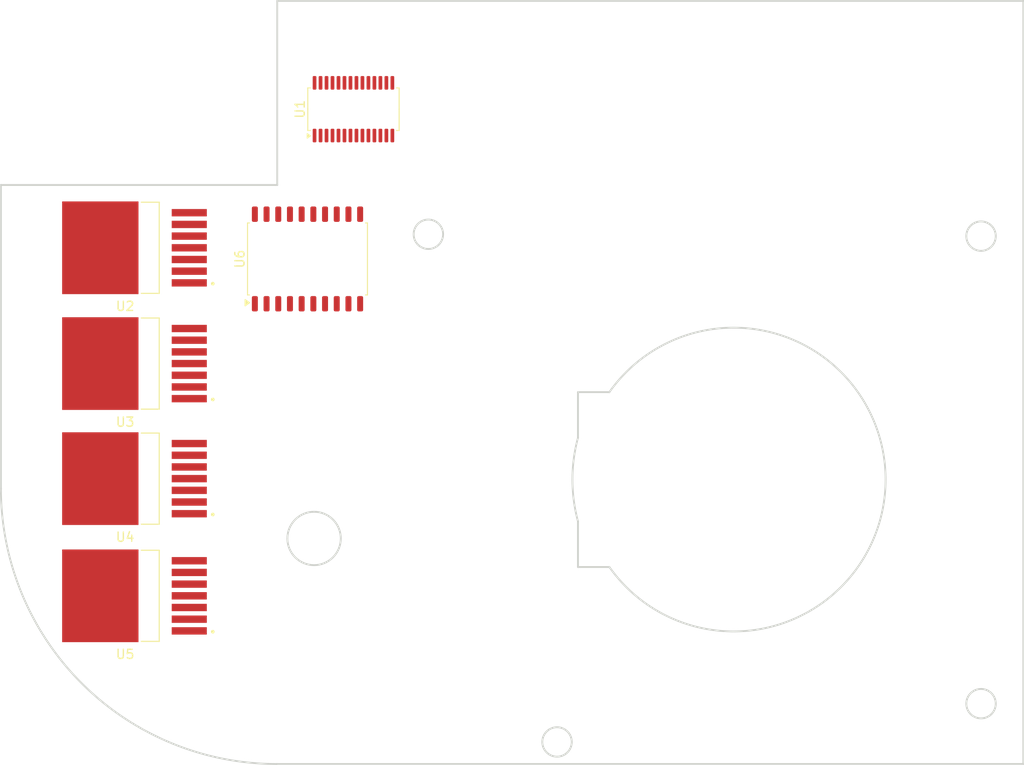
<source format=kicad_pcb>
(kicad_pcb (version 20241229) (generator "pcbnew") (generator_version "9.0")
  (layers (0 "F.Cu" signal) (2 "B.Cu" signal) (13 "F.Paste" user) (15 "B.Paste" user) (5 "F.SilkS" user "F.Silkscreen") (7 "B.SilkS" user "B.Silkscreen") (1 "F.Mask" user) (3 "B.Mask" user) (25 "Edge.Cuts" user))
  (net 0 "")
  (net 21 "Net-(U2-OUT-Pad4)")
  (net 25 "Net-(U3-OUT-Pad4)")
  (net 33 "Net-(U4-OUT-Pad4)")
  (net 36 "Net-(U5-OUT-Pad4)")
  (net 40 "Net-(U1-LED3)")
  (net 41 "Net-(U1-VSS)")
  (net 42 "Net-(U1-LED1)")
  (net 43 "Net-(U1-LED0)")
  (net 44 "Net-(U1-LED2)")
  (net 45 "Net-(U1-LED5)")
  (net 46 "Net-(U1-LED4)")
  (net 47 "Net-(U2-INH)")
  (net 48 "Net-(U2-IN)")
  (net 49 "Net-(U3-IN)")
  (net 50 "Net-(U3-INH)")
  (net 51 "Net-(U4-IN)")
  (net 52 "Net-(U4-INH)")
  (net 53 "Net-(U5-INH)")
  (net 54 "Net-(U5-IN)")
  (footprint "BTS7960B:DPAK127P1490X440-8N" (layer "F.Cu") (at 110 131.23 180)
    (property "Reference" "U5" (at 1.016 -6.35 0) (layer "F.SilkS"))
    (property "Value" "BTS7960B")
    (fp_line (start -0.749 -4.95) (end -2.69 -4.95) (stroke (width 0.127)) (layer "F.SilkS"))
    (fp_line (start -2.69 4.95) (end -0.749 4.95) (stroke (width 0.127)) (layer "F.SilkS"))
    (fp_line (start -2.69 -4.95) (end -2.69 4.95) (stroke (width 0.127)) (layer "F.SilkS"))
    (fp_circle (center -8.5 -3.9) (end -8.4 -3.9) (stroke (width 0.2)) (fill no) (layer "F.SilkS"))
    (pad "1" smd rect (at -5.95 -3.81 180) (size 3.81 0.8) (layers "F.Cu" "F.Mask" "F.Paste"))
    (pad "2" smd rect (at -5.95 -2.54 180) (size 3.81 0.8) (layers "F.Cu" "F.Mask" "F.Paste") (net 54 "Net-(U5-IN)"))
    (pad "3" smd rect (at -5.95 -1.27 180) (size 3.81 0.8) (layers "F.Cu" "F.Mask" "F.Paste") (net 53 "Net-(U5-INH)"))
    (pad "4" smd rect (at -5.95 0 180) (size 3.81 0.8) (layers "F.Cu" "F.Mask" "F.Paste") (net 36 "Net-(U5-OUT-Pad4)"))
    (pad "5" smd rect (at -5.95 1.27 180) (size 3.81 0.8) (layers "F.Cu" "F.Mask" "F.Paste"))
    (pad "6" smd rect (at -5.95 2.54 180) (size 3.81 0.8) (layers "F.Cu" "F.Mask" "F.Paste"))
    (pad "7" smd rect (at -5.95 3.81 180) (size 3.81 0.8) (layers "F.Cu" "F.Mask" "F.Paste"))
    (pad "8" smd rect (at 3.71 0 180) (size 8.29 10.07) (layers "F.Cu" "F.Mask") (net 36 "Net-(U5-OUT-Pad4)"))
  )
  (footprint "Package_SO:TSSOP-28_4.4x9.7mm_P0.65mm" (layer "F.Cu") (at 133.775 78.3625 90)
    (property "Reference" "U1" (at 0 -5.8 90) (layer "F.SilkS"))
    (property "Value" "PCA9685PW")
    (fp_line (start 2.31 -4.96) (end 2.31 -4.685) (stroke (width 0.12)) (layer "F.SilkS"))
    (fp_line (start 0 -4.96) (end 2.31 -4.96) (stroke (width 0.12)) (layer "F.SilkS"))
    (fp_line (start 0 -4.96) (end -2.31 -4.96) (stroke (width 0.12)) (layer "F.SilkS"))
    (fp_line (start -2.31 -4.96) (end -2.31 -4.685) (stroke (width 0.12)) (layer "F.SilkS"))
    (fp_line (start 2.31 4.96) (end 2.31 4.685) (stroke (width 0.12)) (layer "F.SilkS"))
    (fp_line (start 0 4.96) (end 2.31 4.96) (stroke (width 0.12)) (layer "F.SilkS"))
    (fp_line (start 0 4.96) (end -2.31 4.96) (stroke (width 0.12)) (layer "F.SilkS"))
    (fp_line (start -2.31 4.96) (end -2.31 4.685) (stroke (width 0.12)) (layer "F.SilkS"))
    (fp_poly (pts (xy -2.9 -4.685) (xy -3.14 -5.015) (xy -2.66 -5.015) (xy -2.9 -4.685)) (stroke (width 0.12)) (fill yes) (layer "F.SilkS"))
    (pad "1" smd roundrect (at -2.8625 -4.225 90) (size 1.475 0.4) (layers "F.Cu" "F.Mask" "F.Paste"))
    (pad "2" smd roundrect (at -2.8625 -3.575 90) (size 1.475 0.4) (layers "F.Cu" "F.Mask" "F.Paste"))
    (pad "3" smd roundrect (at -2.8625 -2.925 90) (size 1.475 0.4) (layers "F.Cu" "F.Mask" "F.Paste"))
    (pad "4" smd roundrect (at -2.8625 -2.275 90) (size 1.475 0.4) (layers "F.Cu" "F.Mask" "F.Paste"))
    (pad "5" smd roundrect (at -2.8625 -1.625 90) (size 1.475 0.4) (layers "F.Cu" "F.Mask" "F.Paste"))
    (pad "6" smd roundrect (at -2.8625 -0.975 90) (size 1.475 0.4) (layers "F.Cu" "F.Mask" "F.Paste") (net 43 "Net-(U1-LED0)"))
    (pad "7" smd roundrect (at -2.8625 -0.325 90) (size 1.475 0.4) (layers "F.Cu" "F.Mask" "F.Paste") (net 42 "Net-(U1-LED1)"))
    (pad "8" smd roundrect (at -2.8625 0.325 90) (size 1.475 0.4) (layers "F.Cu" "F.Mask" "F.Paste") (net 44 "Net-(U1-LED2)"))
    (pad "9" smd roundrect (at -2.8625 0.975 90) (size 1.475 0.4) (layers "F.Cu" "F.Mask" "F.Paste") (net 40 "Net-(U1-LED3)"))
    (pad "10" smd roundrect (at -2.8625 1.625 90) (size 1.475 0.4) (layers "F.Cu" "F.Mask" "F.Paste") (net 46 "Net-(U1-LED4)"))
    (pad "11" smd roundrect (at -2.8625 2.275 90) (size 1.475 0.4) (layers "F.Cu" "F.Mask" "F.Paste") (net 45 "Net-(U1-LED5)"))
    (pad "12" smd roundrect (at -2.8625 2.925 90) (size 1.475 0.4) (layers "F.Cu" "F.Mask" "F.Paste"))
    (pad "13" smd roundrect (at -2.8625 3.575 90) (size 1.475 0.4) (layers "F.Cu" "F.Mask" "F.Paste"))
    (pad "14" smd roundrect (at -2.8625 4.225 90) (size 1.475 0.4) (layers "F.Cu" "F.Mask" "F.Paste") (net 41 "Net-(U1-VSS)"))
    (pad "15" smd roundrect (at 2.8625 4.225 90) (size 1.475 0.4) (layers "F.Cu" "F.Mask" "F.Paste"))
    (pad "16" smd roundrect (at 2.8625 3.575 90) (size 1.475 0.4) (layers "F.Cu" "F.Mask" "F.Paste"))
    (pad "17" smd roundrect (at 2.8625 2.925 90) (size 1.475 0.4) (layers "F.Cu" "F.Mask" "F.Paste"))
    (pad "18" smd roundrect (at 2.8625 2.275 90) (size 1.475 0.4) (layers "F.Cu" "F.Mask" "F.Paste"))
    (pad "19" smd roundrect (at 2.8625 1.625 90) (size 1.475 0.4) (layers "F.Cu" "F.Mask" "F.Paste"))
    (pad "20" smd roundrect (at 2.8625 0.975 90) (size 1.475 0.4) (layers "F.Cu" "F.Mask" "F.Paste"))
    (pad "21" smd roundrect (at 2.8625 0.325 90) (size 1.475 0.4) (layers "F.Cu" "F.Mask" "F.Paste"))
    (pad "22" smd roundrect (at 2.8625 -0.325 90) (size 1.475 0.4) (layers "F.Cu" "F.Mask" "F.Paste"))
    (pad "23" smd roundrect (at 2.8625 -0.975 90) (size 1.475 0.4) (layers "F.Cu" "F.Mask" "F.Paste"))
    (pad "24" smd roundrect (at 2.8625 -1.625 90) (size 1.475 0.4) (layers "F.Cu" "F.Mask" "F.Paste"))
    (pad "25" smd roundrect (at 2.8625 -2.275 90) (size 1.475 0.4) (layers "F.Cu" "F.Mask" "F.Paste"))
    (pad "26" smd roundrect (at 2.8625 -2.925 90) (size 1.475 0.4) (layers "F.Cu" "F.Mask" "F.Paste"))
    (pad "27" smd roundrect (at 2.8625 -3.575 90) (size 1.475 0.4) (layers "F.Cu" "F.Mask" "F.Paste"))
    (pad "28" smd roundrect (at 2.8625 -4.225 90) (size 1.475 0.4) (layers "F.Cu" "F.Mask" "F.Paste"))
  )
  (footprint "BTS7960B:DPAK127P1490X440-8N" (layer "F.Cu") (at 110 93.42 180)
    (property "Reference" "U2" (at 1.016 -6.35 0) (layer "F.SilkS"))
    (property "Value" "BTS7960B")
    (fp_line (start -0.749 -4.95) (end -2.69 -4.95) (stroke (width 0.127)) (layer "F.SilkS"))
    (fp_line (start -2.69 4.95) (end -0.749 4.95) (stroke (width 0.127)) (layer "F.SilkS"))
    (fp_line (start -2.69 -4.95) (end -2.69 4.95) (stroke (width 0.127)) (layer "F.SilkS"))
    (fp_circle (center -8.5 -3.9) (end -8.4 -3.9) (stroke (width 0.2)) (fill no) (layer "F.SilkS"))
    (pad "1" smd rect (at -5.95 -3.81 180) (size 3.81 0.8) (layers "F.Cu" "F.Mask" "F.Paste"))
    (pad "2" smd rect (at -5.95 -2.54 180) (size 3.81 0.8) (layers "F.Cu" "F.Mask" "F.Paste") (net 48 "Net-(U2-IN)"))
    (pad "3" smd rect (at -5.95 -1.27 180) (size 3.81 0.8) (layers "F.Cu" "F.Mask" "F.Paste") (net 47 "Net-(U2-INH)"))
    (pad "4" smd rect (at -5.95 0 180) (size 3.81 0.8) (layers "F.Cu" "F.Mask" "F.Paste") (net 21 "Net-(U2-OUT-Pad4)"))
    (pad "5" smd rect (at -5.95 1.27 180) (size 3.81 0.8) (layers "F.Cu" "F.Mask" "F.Paste"))
    (pad "6" smd rect (at -5.95 2.54 180) (size 3.81 0.8) (layers "F.Cu" "F.Mask" "F.Paste"))
    (pad "7" smd rect (at -5.95 3.81 180) (size 3.81 0.8) (layers "F.Cu" "F.Mask" "F.Paste"))
    (pad "8" smd rect (at 3.71 0 180) (size 8.29 10.07) (layers "F.Cu" "F.Mask") (net 21 "Net-(U2-OUT-Pad4)"))
  )
  (footprint "Package_SO:Infineon_SOIC-20W_7.6x12.8mm_P1.27mm" (layer "F.Cu") (at 128.785 94.635 90)
    (property "Reference" "U6" (at 0 -7.35 90) (layer "F.SilkS"))
    (property "Value" "74HC244")
    (fp_line (start 3.91 -6.51) (end 3.91 -6.3) (stroke (width 0.12)) (layer "F.SilkS"))
    (fp_line (start 0 -6.51) (end 3.91 -6.51) (stroke (width 0.12)) (layer "F.SilkS"))
    (fp_line (start 0 -6.51) (end -3.91 -6.51) (stroke (width 0.12)) (layer "F.SilkS"))
    (fp_line (start -3.91 -6.51) (end -3.91 -6.3) (stroke (width 0.12)) (layer "F.SilkS"))
    (fp_line (start 3.91 6.51) (end 3.91 6.3) (stroke (width 0.12)) (layer "F.SilkS"))
    (fp_line (start 0 6.51) (end 3.91 6.51) (stroke (width 0.12)) (layer "F.SilkS"))
    (fp_line (start 0 6.51) (end -3.91 6.51) (stroke (width 0.12)) (layer "F.SilkS"))
    (fp_line (start -3.91 6.51) (end -3.91 6.3) (stroke (width 0.12)) (layer "F.SilkS"))
    (fp_poly (pts (xy -4.75 -6.3) (xy -5.09 -6.77) (xy -4.41 -6.77) (xy -4.75 -6.3)) (stroke (width 0.12)) (fill yes) (layer "F.SilkS"))
    (pad "1" smd roundrect (at -4.865 -5.715 90) (size 1.67 0.65) (layers "F.Cu" "F.Mask" "F.Paste") (net 41 "Net-(U1-VSS)"))
    (pad "2" smd roundrect (at -4.865 -4.445 90) (size 1.67 0.65) (layers "F.Cu" "F.Mask" "F.Paste") (net 43 "Net-(U1-LED0)"))
    (pad "3" smd roundrect (at -4.865 -3.175 90) (size 1.67 0.65) (layers "F.Cu" "F.Mask" "F.Paste") (net 52 "Net-(U4-INH)"))
    (pad "4" smd roundrect (at -4.865 -1.905 90) (size 1.67 0.65) (layers "F.Cu" "F.Mask" "F.Paste") (net 42 "Net-(U1-LED1)"))
    (pad "5" smd roundrect (at -4.865 -0.635 90) (size 1.67 0.65) (layers "F.Cu" "F.Mask" "F.Paste") (net 51 "Net-(U4-IN)"))
    (pad "6" smd roundrect (at -4.865 0.635 90) (size 1.67 0.65) (layers "F.Cu" "F.Mask" "F.Paste") (net 43 "Net-(U1-LED0)"))
    (pad "7" smd roundrect (at -4.865 1.905 90) (size 1.67 0.65) (layers "F.Cu" "F.Mask" "F.Paste") (net 54 "Net-(U5-IN)"))
    (pad "8" smd roundrect (at -4.865 3.175 90) (size 1.67 0.65) (layers "F.Cu" "F.Mask" "F.Paste") (net 44 "Net-(U1-LED2)"))
    (pad "9" smd roundrect (at -4.865 4.445 90) (size 1.67 0.65) (layers "F.Cu" "F.Mask" "F.Paste") (net 53 "Net-(U5-INH)"))
    (pad "10" smd roundrect (at -4.865 5.715 90) (size 1.67 0.65) (layers "F.Cu" "F.Mask" "F.Paste") (net 41 "Net-(U1-VSS)"))
    (pad "11" smd roundrect (at 4.865 5.715 90) (size 1.67 0.65) (layers "F.Cu" "F.Mask" "F.Paste") (net 45 "Net-(U1-LED5)"))
    (pad "12" smd roundrect (at 4.865 4.445 90) (size 1.67 0.65) (layers "F.Cu" "F.Mask" "F.Paste") (net 49 "Net-(U3-IN)"))
    (pad "13" smd roundrect (at 4.865 3.175 90) (size 1.67 0.65) (layers "F.Cu" "F.Mask" "F.Paste") (net 40 "Net-(U1-LED3)"))
    (pad "14" smd roundrect (at 4.865 1.905 90) (size 1.67 0.65) (layers "F.Cu" "F.Mask" "F.Paste") (net 50 "Net-(U3-INH)"))
    (pad "15" smd roundrect (at 4.865 0.635 90) (size 1.67 0.65) (layers "F.Cu" "F.Mask" "F.Paste") (net 46 "Net-(U1-LED4)"))
    (pad "16" smd roundrect (at 4.865 -0.635 90) (size 1.67 0.65) (layers "F.Cu" "F.Mask" "F.Paste") (net 48 "Net-(U2-IN)"))
    (pad "17" smd roundrect (at 4.865 -1.905 90) (size 1.67 0.65) (layers "F.Cu" "F.Mask" "F.Paste") (net 40 "Net-(U1-LED3)"))
    (pad "18" smd roundrect (at 4.865 -3.175 90) (size 1.67 0.65) (layers "F.Cu" "F.Mask" "F.Paste") (net 47 "Net-(U2-INH)"))
    (pad "19" smd roundrect (at 4.865 -4.445 90) (size 1.67 0.65) (layers "F.Cu" "F.Mask" "F.Paste") (net 41 "Net-(U1-VSS)"))
    (pad "20" smd roundrect (at 4.865 -5.715 90) (size 1.67 0.65) (layers "F.Cu" "F.Mask" "F.Paste"))
  )
  (footprint "BTS7960B:DPAK127P1490X440-8N" (layer "F.Cu") (at 110 118.5 180)
    (property "Reference" "U4" (at 1.016 -6.35 0) (layer "F.SilkS"))
    (property "Value" "BTS7960B")
    (fp_line (start -0.749 -4.95) (end -2.69 -4.95) (stroke (width 0.127)) (layer "F.SilkS"))
    (fp_line (start -2.69 4.95) (end -0.749 4.95) (stroke (width 0.127)) (layer "F.SilkS"))
    (fp_line (start -2.69 -4.95) (end -2.69 4.95) (stroke (width 0.127)) (layer "F.SilkS"))
    (fp_circle (center -8.5 -3.9) (end -8.4 -3.9) (stroke (width 0.2)) (fill no) (layer "F.SilkS"))
    (pad "1" smd rect (at -5.95 -3.81 180) (size 3.81 0.8) (layers "F.Cu" "F.Mask" "F.Paste"))
    (pad "2" smd rect (at -5.95 -2.54 180) (size 3.81 0.8) (layers "F.Cu" "F.Mask" "F.Paste") (net 51 "Net-(U4-IN)"))
    (pad "3" smd rect (at -5.95 -1.27 180) (size 3.81 0.8) (layers "F.Cu" "F.Mask" "F.Paste") (net 52 "Net-(U4-INH)"))
    (pad "4" smd rect (at -5.95 0 180) (size 3.81 0.8) (layers "F.Cu" "F.Mask" "F.Paste") (net 33 "Net-(U4-OUT-Pad4)"))
    (pad "5" smd rect (at -5.95 1.27 180) (size 3.81 0.8) (layers "F.Cu" "F.Mask" "F.Paste"))
    (pad "6" smd rect (at -5.95 2.54 180) (size 3.81 0.8) (layers "F.Cu" "F.Mask" "F.Paste"))
    (pad "7" smd rect (at -5.95 3.81 180) (size 3.81 0.8) (layers "F.Cu" "F.Mask" "F.Paste"))
    (pad "8" smd rect (at 3.71 0 180) (size 8.29 10.07) (layers "F.Cu" "F.Mask") (net 33 "Net-(U4-OUT-Pad4)"))
  )
  (footprint "BTS7960B:DPAK127P1490X440-8N" (layer "F.Cu") (at 110 106 180)
    (property "Reference" "U3" (at 1.016 -6.35 0) (layer "F.SilkS"))
    (property "Value" "BTS7960B")
    (fp_line (start -0.749 -4.95) (end -2.69 -4.95) (stroke (width 0.127)) (layer "F.SilkS"))
    (fp_line (start -2.69 4.95) (end -0.749 4.95) (stroke (width 0.127)) (layer "F.SilkS"))
    (fp_line (start -2.69 -4.95) (end -2.69 4.95) (stroke (width 0.127)) (layer "F.SilkS"))
    (fp_circle (center -8.5 -3.9) (end -8.4 -3.9) (stroke (width 0.2)) (fill no) (layer "F.SilkS"))
    (pad "1" smd rect (at -5.95 -3.81 180) (size 3.81 0.8) (layers "F.Cu" "F.Mask" "F.Paste"))
    (pad "2" smd rect (at -5.95 -2.54 180) (size 3.81 0.8) (layers "F.Cu" "F.Mask" "F.Paste") (net 49 "Net-(U3-IN)"))
    (pad "3" smd rect (at -5.95 -1.27 180) (size 3.81 0.8) (layers "F.Cu" "F.Mask" "F.Paste") (net 50 "Net-(U3-INH)"))
    (pad "4" smd rect (at -5.95 0 180) (size 3.81 0.8) (layers "F.Cu" "F.Mask" "F.Paste") (net 25 "Net-(U3-OUT-Pad4)"))
    (pad "5" smd rect (at -5.95 1.27 180) (size 3.81 0.8) (layers "F.Cu" "F.Mask" "F.Paste"))
    (pad "6" smd rect (at -5.95 2.54 180) (size 3.81 0.8) (layers "F.Cu" "F.Mask" "F.Paste"))
    (pad "7" smd rect (at -5.95 3.81 180) (size 3.81 0.8) (layers "F.Cu" "F.Mask" "F.Paste"))
    (pad "8" smd rect (at 3.71 0 180) (size 8.29 10.07) (layers "F.Cu" "F.Mask") (net 25 "Net-(U3-OUT-Pad4)"))
  )
  (gr_arc (start 125.43625 149.5) (mid 104.268124 140.731876) (end 95.5 119.563752) (stroke (width 0.2)) (layer "Edge.Cuts"))
  (gr_line (start 158.150083 128.1) (end 161.559345 128.1) (stroke (width 0.2)) (layer "Edge.Cuts"))
  (gr_circle (center 201.911389 142.946783) (end 200.311389 142.946783) (stroke (width 0.2)) (fill no) (layer "Edge.Cuts"))
  (gr_circle (center 129.5 124.99926) (end 126.6 124.99926) (stroke (width 0.2)) (fill no) (layer "Edge.Cuts"))
  (gr_line (start 125.43625 149.5) (end 206.5 149.5) (stroke (width 0.2)) (layer "Edge.Cuts"))
  (gr_circle (center 141.90825 91.950996) (end 140.30825 91.950996) (stroke (width 0.2)) (fill no) (layer "Edge.Cuts"))
  (gr_circle (center 155.877179 147.105859) (end 154.277179 147.105859) (stroke (width 0.2)) (fill no) (layer "Edge.Cuts"))
  (gr_line (start 206.5 66.6) (end 125.5 66.6) (stroke (width 0.2)) (layer "Edge.Cuts"))
  (gr_line (start 125.5 66.6) (end 125.5 86.6) (stroke (width 0.2)) (layer "Edge.Cuts"))
  (gr_line (start 158.150083 109.1) (end 158.150083 114.05687) (stroke (width 0.2)) (layer "Edge.Cuts"))
  (gr_arc (start 158.150083 123.143127) (mid 157.550083 118.6) (end 158.150083 114.05687) (stroke (width 0.2)) (layer "Edge.Cuts"))
  (gr_line (start 161.559345 109.1) (end 158.150083 109.1) (stroke (width 0.2)) (layer "Edge.Cuts"))
  (gr_line (start 95.5 86.6) (end 95.5 119.563752) (stroke (width 0.2)) (layer "Edge.Cuts"))
  (gr_arc (start 161.559345 109.1) (mid 191.550083 118.6) (end 161.559345 128.1) (stroke (width 0.2)) (layer "Edge.Cuts"))
  (gr_line (start 158.150083 123.143127) (end 158.150083 128.1) (stroke (width 0.2)) (layer "Edge.Cuts"))
  (gr_line (start 125.5 86.6) (end 95.5 86.6) (stroke (width 0.2)) (layer "Edge.Cuts"))
  (gr_line (start 206.5 149.5) (end 206.5 66.6) (stroke (width 0.2)) (layer "Edge.Cuts"))
  (gr_circle (center 201.911389 92.153216) (end 200.311389 92.153216) (stroke (width 0.2)) (fill no) (layer "Edge.Cuts"))
)
</source>
